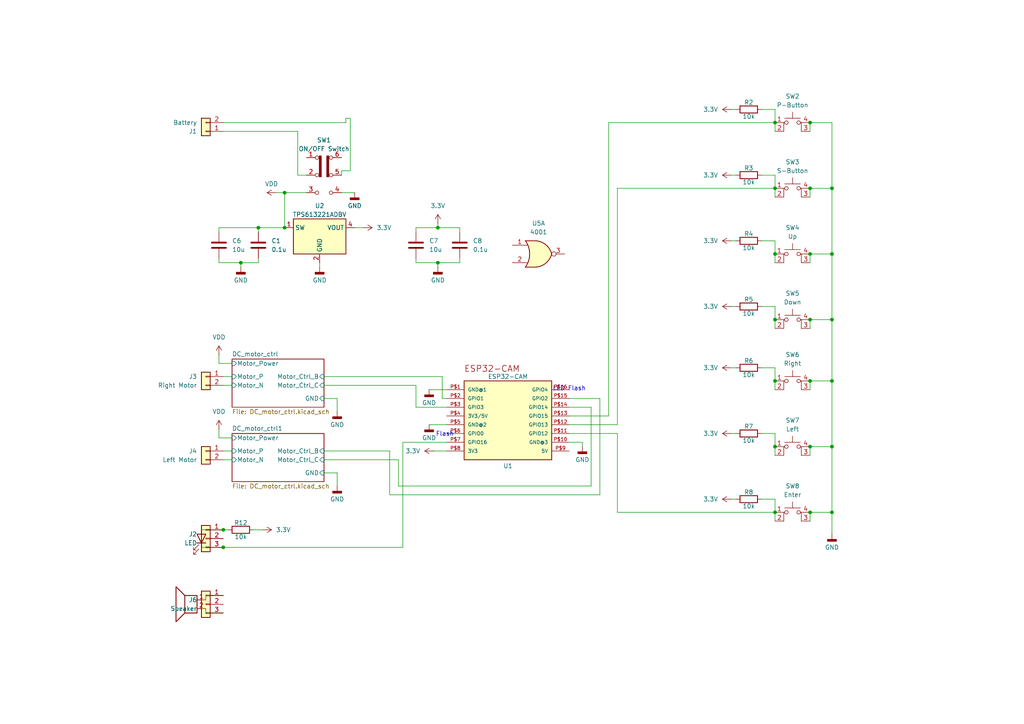
<source format=kicad_sch>
(kicad_sch (version 20231120) (generator "eeschema") (generator_version "8.0")
  (paper "A4")
  (title_block (title "IntelliHomie Roboplatform schematics.") (date "2024-03-24") (rev "V0.1") (company "kozak-yakym") (comment 1 "Designed by kozak-yakym."))
  (lib_symbols
    (symbol "4xxx:4001" (pin_names (offset 1.016))
      (property "Reference" "U" (at 0 1.27 0))
      (property "Value" "4001" (at 0 -1.27 0))
      (symbol "4001_1_1"
        (arc (start -3.81 -3.81) (mid -2.589 0) (end -3.81 3.81) (stroke (width 0.254)))
        (arc (start -0.6096 -3.81) (mid 2.1842 -2.5851) (end 3.81 0) (stroke (width 0.254)) (fill (type background)))
        (polyline (pts (xy -3.81 -3.81) (xy -0.635 -3.81)) (stroke (width 0.254)) (fill (type background)))
        (polyline (pts (xy -3.81 3.81) (xy -0.635 3.81)) (stroke (width 0.254)) (fill (type background)))
        (polyline (pts (xy -0.635 3.81) (xy -3.81 3.81) (xy -3.81 3.81) (xy -3.556 3.4036) (xy -3.0226 2.2606) (xy -2.6924 1.0414) (xy -2.6162 -0.254) (xy -2.7686 -1.4986) (xy -3.175 -2.7178) (xy -3.81 -3.81) (xy -3.81 -3.81) (xy -0.635 -3.81)) (stroke (width -25.4)) (fill (type background)))
        (arc (start 3.81 0) (mid 2.1915 2.5936) (end -0.6096 3.81) (stroke (width 0.254)) (fill (type background)))
        (pin input line (at -7.62 2.54 0) (length 4.318) (name "~") (number "1"))
        (pin input line (at -7.62 -2.54 0) (length 4.318) (name "~") (number "2"))
        (pin output inverted (at 7.62 0 180) (length 3.81) (name "~") (number "3"))
      )
      (symbol "4001_1_2"
        (arc (start 0 -3.81) (mid 3.7934 0) (end 0 3.81) (stroke (width 0.254)) (fill (type background)))
        (polyline (pts (xy 0 3.81) (xy -3.81 3.81) (xy -3.81 -3.81) (xy 0 -3.81)) (stroke (width 0.254)) (fill (type background)))
        (pin input inverted (at -7.62 2.54 0) (length 3.81) (name "~") (number "1"))
        (pin input inverted (at -7.62 -2.54 0) (length 3.81) (name "~") (number "2"))
        (pin output line (at 7.62 0 180) (length 3.81) (name "~") (number "3"))
      )
      (symbol "4001_2_1"
        (arc (start -3.81 -3.81) (mid -2.589 0) (end -3.81 3.81) (stroke (width 0.254)))
        (arc (start -0.6096 -3.81) (mid 2.1842 -2.5851) (end 3.81 0) (stroke (width 0.254)) (fill (type background)))
        (polyline (pts (xy -3.81 -3.81) (xy -0.635 -3.81)) (stroke (width 0.254)) (fill (type background)))
        (polyline (pts (xy -3.81 3.81) (xy -0.635 3.81)) (stroke (width 0.254)) (fill (type background)))
        (polyline (pts (xy -0.635 3.81) (xy -3.81 3.81) (xy -3.81 3.81) (xy -3.556 3.4036) (xy -3.0226 2.2606) (xy -2.6924 1.0414) (xy -2.6162 -0.254) (xy -2.7686 -1.4986) (xy -3.175 -2.7178) (xy -3.81 -3.81) (xy -3.81 -3.81) (xy -0.635 -3.81)) (stroke (width -25.4)) (fill (type background)))
        (arc (start 3.81 0) (mid 2.1915 2.5936) (end -0.6096 3.81) (stroke (width 0.254)) (fill (type background)))
        (pin output inverted (at 7.62 0 180) (length 3.81) (name "~") (number "4"))
        (pin input line (at -7.62 2.54 0) (length 4.318) (name "~") (number "5"))
        (pin input line (at -7.62 -2.54 0) (length 4.318) (name "~") (number "6"))
      )
      (symbol "4001_2_2"
        (arc (start 0 -3.81) (mid 3.7934 0) (end 0 3.81) (stroke (width 0.254)) (fill (type background)))
        (polyline (pts (xy 0 3.81) (xy -3.81 3.81) (xy -3.81 -3.81) (xy 0 -3.81)) (stroke (width 0.254)) (fill (type background)))
        (pin output line (at 7.62 0 180) (length 3.81) (name "~") (number "4"))
        (pin input inverted (at -7.62 2.54 0) (length 3.81) (name "~") (number "5"))
        (pin input inverted (at -7.62 -2.54 0) (length 3.81) (name "~") (number "6"))
      )
      (symbol "4001_3_1"
        (arc (start -3.81 -3.81) (mid -2.589 0) (end -3.81 3.81) (stroke (width 0.254)))
        (arc (start -0.6096 -3.81) (mid 2.1842 -2.5851) (end 3.81 0) (stroke (width 0.254)) (fill (type background)))
        (polyline (pts (xy -3.81 -3.81) (xy -0.635 -3.81)) (stroke (width 0.254)) (fill (type background)))
        (polyline (pts (xy -3.81 3.81) (xy -0.635 3.81)) (stroke (width 0.254)) (fill (type background)))
        (polyline (pts (xy -0.635 3.81) (xy -3.81 3.81) (xy -3.81 3.81) (xy -3.556 3.4036) (xy -3.0226 2.2606) (xy -2.6924 1.0414) (xy -2.6162 -0.254) (xy -2.7686 -1.4986) (xy -3.175 -2.7178) (xy -3.81 -3.81) (xy -3.81 -3.81) (xy -0.635 -3.81)) (stroke (width -25.4)) (fill (type background)))
        (arc (start 3.81 0) (mid 2.1915 2.5936) (end -0.6096 3.81) (stroke (width 0.254)) (fill (type background)))
        (pin output inverted (at 7.62 0 180) (length 3.81) (name "~") (number "10"))
        (pin input line (at -7.62 2.54 0) (length 4.318) (name "~") (number "8"))
        (pin input line (at -7.62 -2.54 0) (length 4.318) (name "~") (number "9"))
      )
      (symbol "4001_3_2"
        (arc (start 0 -3.81) (mid 3.7934 0) (end 0 3.81) (stroke (width 0.254)) (fill (type background)))
        (polyline (pts (xy 0 3.81) (xy -3.81 3.81) (xy -3.81 -3.81) (xy 0 -3.81)) (stroke (width 0.254)) (fill (type background)))
        (pin output line (at 7.62 0 180) (length 3.81) (name "~") (number "10"))
        (pin input inverted (at -7.62 2.54 0) (length 3.81) (name "~") (number "8"))
        (pin input inverted (at -7.62 -2.54 0) (length 3.81) (name "~") (number "9"))
      )
      (symbol "4001_4_1"
        (arc (start -3.81 -3.81) (mid -2.589 0) (end -3.81 3.81) (stroke (width 0.254)))
        (arc (start -0.6096 -3.81) (mid 2.1842 -2.5851) (end 3.81 0) (stroke (width 0.254)) (fill (type background)))
        (polyline (pts (xy -3.81 -3.81) (xy -0.635 -3.81)) (stroke (width 0.254)) (fill (type background)))
        (polyline (pts (xy -3.81 3.81) (xy -0.635 3.81)) (stroke (width 0.254)) (fill (type background)))
        (polyline (pts (xy -0.635 3.81) (xy -3.81 3.81) (xy -3.81 3.81) (xy -3.556 3.4036) (xy -3.0226 2.2606) (xy -2.6924 1.0414) (xy -2.6162 -0.254) (xy -2.7686 -1.4986) (xy -3.175 -2.7178) (xy -3.81 -3.81) (xy -3.81 -3.81) (xy -0.635 -3.81)) (stroke (width -25.4)) (fill (type background)))
        (arc (start 3.81 0) (mid 2.1915 2.5936) (end -0.6096 3.81) (stroke (width 0.254)) (fill (type background)))
        (pin output inverted (at 7.62 0 180) (length 3.81) (name "~") (number "11"))
        (pin input line (at -7.62 2.54 0) (length 4.318) (name "~") (number "12"))
        (pin input line (at -7.62 -2.54 0) (length 4.318) (name "~") (number "13"))
      )
      (symbol "4001_4_2"
        (arc (start 0 -3.81) (mid 3.7934 0) (end 0 3.81) (stroke (width 0.254)) (fill (type background)))
        (polyline (pts (xy 0 3.81) (xy -3.81 3.81) (xy -3.81 -3.81) (xy 0 -3.81)) (stroke (width 0.254)) (fill (type background)))
        (pin output line (at 7.62 0 180) (length 3.81) (name "~") (number "11"))
        (pin input inverted (at -7.62 2.54 0) (length 3.81) (name "~") (number "12"))
        (pin input inverted (at -7.62 -2.54 0) (length 3.81) (name "~") (number "13"))
      )
      (symbol "4001_5_0"
        (pin power_in line (at 0 12.7 270) (length 5.08) (name "VDD") (number "14"))
        (pin power_in line (at 0 -12.7 90) (length 5.08) (name "VSS") (number "7"))
      )
      (symbol "4001_5_1"
        (rectangle (start -5.08 7.62) (end 5.08 -7.62) (stroke (width 0.254)) (fill (type background)))
      )
    )
    (symbol "Connector_Generic:Conn_01x02" (pin_names (offset 1.016) hide)
      (property "Reference" "J" (at 0 2.54 0))
      (property "Value" "Conn_01x02" (at 0 -5.08 0))
      (symbol "Conn_01x02_1_1"
        (rectangle (start -1.27 -2.413) (end 0 -2.667) (stroke (width 0.1524)))
        (rectangle (start -1.27 0.127) (end 0 -0.127) (stroke (width 0.1524)))
        (rectangle (start -1.27 1.27) (end 1.27 -3.81) (stroke (width 0.254)) (fill (type background)))
        (pin passive line (at -5.08 0 0) (length 3.81) (name "Pin_1") (number "1"))
        (pin passive line (at -5.08 -2.54 0) (length 3.81) (name "Pin_2") (number "2"))
      )
    )
    (symbol "Connector_Generic:Conn_01x03" (pin_names (offset 1.016) hide)
      (property "Reference" "J" (at 0 5.08 0))
      (property "Value" "Conn_01x03" (at 0 -5.08 0))
      (symbol "Conn_01x03_1_1"
        (rectangle (start -1.27 -2.413) (end 0 -2.667) (stroke (width 0.1524)))
        (rectangle (start -1.27 0.127) (end 0 -0.127) (stroke (width 0.1524)))
        (rectangle (start -1.27 2.667) (end 0 2.413) (stroke (width 0.1524)))
        (rectangle (start -1.27 3.81) (end 1.27 -3.81) (stroke (width 0.254)) (fill (type background)))
        (pin passive line (at -5.08 2.54 0) (length 3.81) (name "Pin_1") (number "1"))
        (pin passive line (at -5.08 0 0) (length 3.81) (name "Pin_2") (number "2"))
        (pin passive line (at -5.08 -2.54 0) (length 3.81) (name "Pin_3") (number "3"))
      )
    )
    (symbol "Device:C" (pin_numbers hide) (pin_names (offset 0.254))
      (property "Reference" "C" (at 0.635 2.54 0))
      (property "Value" "C" (at 0.635 -2.54 0))
      (symbol "C_0_1"
        (polyline (pts (xy -2.032 -0.762) (xy 2.032 -0.762)) (stroke (width 0.508)))
        (polyline (pts (xy -2.032 0.762) (xy 2.032 0.762)) (stroke (width 0.508)))
      )
      (symbol "C_1_1"
        (pin passive line (at 0 3.81 270) (length 2.794) (name "~") (number "1"))
        (pin passive line (at 0 -3.81 90) (length 2.794) (name "~") (number "2"))
      )
    )
    (symbol "Device:LED" (pin_numbers hide) (pin_names (offset 1.016) hide)
      (property "Reference" "D" (at 0 2.54 0))
      (property "Value" "LED" (at 0 -2.54 0))
      (symbol "LED_0_1"
        (polyline (pts (xy -1.27 -1.27) (xy -1.27 1.27)) (stroke (width 0.254)))
        (polyline (pts (xy -1.27 0) (xy 1.27 0)))
        (polyline (pts (xy 1.27 -1.27) (xy 1.27 1.27) (xy -1.27 0) (xy 1.27 -1.27)) (stroke (width 0.254)))
        (polyline (pts (xy -3.048 -0.762) (xy -4.572 -2.286) (xy -3.81 -2.286) (xy -4.572 -2.286) (xy -4.572 -1.524)))
        (polyline (pts (xy -1.778 -0.762) (xy -3.302 -2.286) (xy -2.54 -2.286) (xy -3.302 -2.286) (xy -3.302 -1.524)))
      )
      (symbol "LED_1_1"
        (pin passive line (at -3.81 0 0) (length 2.54) (name "K") (number "1"))
        (pin passive line (at 3.81 0 180) (length 2.54) (name "A") (number "2"))
      )
    )
    (symbol "Device:R" (pin_numbers hide) (pin_names (offset 0))
      (property "Reference" "R" (at 2.032 0 90))
      (property "Value" "R" (at 0 0 90))
      (symbol "R_0_1"
        (rectangle (start -1.016 -2.54) (end 1.016 2.54) (stroke (width 0.254)))
      )
      (symbol "R_1_1"
        (pin passive line (at 0 3.81 270) (length 1.27) (name "~") (number "1"))
        (pin passive line (at 0 -3.81 90) (length 1.27) (name "~") (number "2"))
      )
    )
    (symbol "Device:Speaker" (pin_names (offset 0) hide)
      (property "Reference" "LS" (at 1.27 5.715 0))
      (property "Value" "Speaker" (at 1.27 3.81 0))
      (symbol "Speaker_0_0"
        (rectangle (start -2.54 1.27) (end 1.016 -3.81) (stroke (width 0.254)))
        (polyline (pts (xy 1.016 1.27) (xy 3.556 3.81) (xy 3.556 -6.35) (xy 1.016 -3.81)) (stroke (width 0.254)))
      )
      (symbol "Speaker_1_1"
        (pin input line (at -5.08 0 0) (length 2.54) (name "1") (number "1"))
        (pin input line (at -5.08 -2.54 0) (length 2.54) (name "2") (number "2"))
      )
    )
    (symbol "ESP32-CAM:ESP32-CAM" (pin_names (offset 1.016))
      (property "Reference" "U" (at 0 0 0))
      (property "Value" "ESP32-CAM" (at 0 0 0))
      (symbol "ESP32-CAM_0_0"
        (rectangle (start -12.7 -10.16) (end 12.7 12.7) (stroke (width 0.254)) (fill (type background)))
        (text "ESP32-CAM" (at -12.7 15.24 0) (effects (font (size 1.778 1.778)) (justify left bottom)))
        (pin bidirectional line (at -17.78 10.16 0) (length 5.08) (name "GND@1") (number "P$1"))
        (pin bidirectional line (at 17.78 -5.08 180) (length 5.08) (name "GND@3") (number "P$10"))
        (pin bidirectional line (at 17.78 -2.54 180) (length 5.08) (name "GPIO12") (number "P$11"))
        (pin bidirectional line (at 17.78 0 180) (length 5.08) (name "GPIO13") (number "P$12"))
        (pin bidirectional line (at 17.78 2.54 180) (length 5.08) (name "GPIO15") (number "P$13"))
        (pin bidirectional line (at 17.78 5.08 180) (length 5.08) (name "GPIO14") (number "P$14"))
        (pin bidirectional line (at 17.78 7.62 180) (length 5.08) (name "GPIO2") (number "P$15"))
        (pin bidirectional line (at 17.78 10.16 180) (length 5.08) (name "GPIO4") (number "P$16"))
        (pin bidirectional line (at -17.78 7.62 0) (length 5.08) (name "GPIO1") (number "P$2"))
        (pin bidirectional line (at -17.78 5.08 0) (length 5.08) (name "GPIO3") (number "P$3"))
        (pin bidirectional line (at -17.78 2.54 0) (length 5.08) (name "3V3/5V") (number "P$4"))
        (pin bidirectional line (at -17.78 0 0) (length 5.08) (name "GND@2") (number "P$5"))
        (pin bidirectional line (at -17.78 -2.54 0) (length 5.08) (name "GPIO0") (number "P$6"))
        (pin bidirectional line (at -17.78 -5.08 0) (length 5.08) (name "GPIO16") (number "P$7"))
        (pin bidirectional line (at -17.78 -7.62 0) (length 5.08) (name "3V3") (number "P$8"))
        (pin bidirectional line (at 17.78 -7.62 180) (length 5.08) (name "5V") (number "P$9"))
      )
    )
    (symbol "Regulator_Switching:TPS613221ADBV"
      (property "Reference" "U" (at -7.62 6.35 0))
      (property "Value" "TPS613221ADBV" (at 2.54 6.35 0))
      (symbol "TPS613221ADBV_0_1"
        (rectangle (start -7.62 5.08) (end 7.62 -5.08) (stroke (width 0.254)) (fill (type background)))
      )
      (symbol "TPS613221ADBV_1_1"
        (pin power_in line (at -10.16 2.54 0) (length 2.54) (name "SW") (number "1"))
        (pin power_in line (at 0 -7.62 90) (length 2.54) (name "GND") (number "2"))
        (pin no_connect line (at -7.62 -2.54 0) (length 2.54) hide (name "NC") (number "3"))
        (pin power_out line (at 10.16 2.54 180) (length 2.54) (name "VOUT") (number "4"))
        (pin no_connect line (at 7.62 -2.54 180) (length 2.54) hide (name "NC") (number "5"))
      )
    )
    (symbol "Switch:SW_MEC_5E" (pin_names (offset 1.016) hide)
      (property "Reference" "SW" (at 0.635 5.715 0))
      (property "Value" "SW_MEC_5E" (at 0 -3.175 0))
      (symbol "SW_MEC_5E_0_1"
        (circle (center -1.778 2.54) (radius 0.508))
        (polyline (pts (xy -2.286 3.81) (xy 2.286 3.81)))
        (polyline (pts (xy 0 3.81) (xy 0 5.588)))
        (polyline (pts (xy -2.54 0) (xy -2.54 2.54) (xy -2.286 2.54)))
        (polyline (pts (xy 2.54 0) (xy 2.54 2.54) (xy 2.286 2.54)))
        (circle (center 1.778 2.54) (radius 0.508))
        (pin passive line (at -5.08 2.54 0) (length 2.54) (name "1") (number "1"))
        (pin passive line (at -5.08 0 0) (length 2.54) (name "2") (number "2"))
        (pin passive line (at 5.08 0 180) (length 2.54) (name "K") (number "3"))
        (pin passive line (at 5.08 2.54 180) (length 2.54) (name "A") (number "4"))
      )
    )
    (symbol "Switch:SW_Slide_DPDT" (pin_names (offset 0) hide)
      (property "Reference" "SW" (at 0 6.858 0))
      (property "Value" "SW_Slide_DPDT" (at 0 -8.128 0))
      (symbol "SW_Slide_DPDT_0_0"
        (circle (center -2.032 -5.08) (radius 0.508))
        (circle (center -2.032 5.08) (radius 0.508))
        (circle (center 2.032 -5.08) (radius 0.508))
        (circle (center 2.032 0) (radius 0.508))
      )
      (symbol "SW_Slide_DPDT_0_1"
        (circle (center -2.032 0) (radius 0.508))
        (circle (center 2.032 5.08) (radius 0.508))
      )
      (symbol "SW_Slide_DPDT_1_1"
        (rectangle (start -1.397 5.588) (end -0.762 -0.508) (fill (type outline)))
        (rectangle (start 0.762 5.588) (end 1.397 -0.508) (fill (type outline)))
        (pin passive line (at -5.08 5.08 0) (length 2.54) (name "A") (number "1"))
        (pin passive line (at -5.08 0 0) (length 2.54) (name "B") (number "2"))
        (pin passive line (at -5.08 -5.08 0) (length 2.54) (name "C") (number "3"))
        (pin passive line (at 5.08 -5.08 180) (length 2.54) (name "A") (number "4"))
        (pin passive line (at 5.08 0 180) (length 2.54) (name "B") (number "5"))
        (pin passive line (at 5.08 5.08 180) (length 2.54) (name "C") (number "6"))
      )
    )
    (symbol "power:GNDD" (power) (pin_numbers hide) (pin_names (offset 0) hide)
      (property "Value" "GNDD" (at 0 -3.175 0))
      (symbol "GNDD_0_1"
        (rectangle (start -1.27 -1.524) (end 1.27 -2.032) (stroke (width 0.254)) (fill (type outline)))
        (polyline (pts (xy 0 0) (xy 0 -1.524)))
      )
      (symbol "GNDD_1_1"
        (pin power_in line (at 0 0 270) (length 0) (name "~") (number "1"))
      )
    )
    (symbol "power:VDD" (power) (pin_numbers hide) (pin_names (offset 0) hide)
      (property "Value" "VDD" (at 0 3.556 0))
      (symbol "VDD_0_1"
        (polyline (pts (xy -0.762 1.27) (xy 0 2.54)))
        (polyline (pts (xy 0 0) (xy 0 2.54)))
        (polyline (pts (xy 0 2.54) (xy 0.762 1.27)))
      )
      (symbol "VDD_1_1"
        (pin power_in line (at 0 0 90) (length 0) (name "~") (number "1"))
      )
    )
  )
  (junction (at 234.95 148.59))
  (junction (at 234.95 54.61))
  (junction (at 224.79 148.59))
  (junction (at 234.95 129.54))
  (junction (at 234.95 35.56))
  (junction (at 234.95 110.49))
  (junction (at 241.3 73.66))
  (junction (at 241.3 148.59))
  (junction (at 234.95 92.71))
  (junction (at 74.93 66.04))
  (junction (at 127 76.2))
  (junction (at 224.79 54.61))
  (junction (at 127 66.04))
  (junction (at 224.79 92.71))
  (junction (at 241.3 92.71))
  (junction (at 224.79 73.66))
  (junction (at 64.77 158.75))
  (junction (at 234.95 73.66))
  (junction (at 64.77 153.67))
  (junction (at 224.79 129.54))
  (junction (at 224.79 35.56))
  (junction (at 241.3 129.54))
  (junction (at 241.3 110.49))
  (junction (at 69.85 76.2))
  (junction (at 82.55 66.04))
  (junction (at 224.79 110.49))
  (junction (at 241.3 54.61))
  (junction (at 82.55 55.88))
  (wire (pts (xy 59.69 176.53) (xy 59.69 177.8)))
  (wire (pts (xy 97.79 115.57) (xy 97.79 119.38)))
  (wire (pts (xy 241.3 54.61) (xy 241.3 73.66)))
  (wire (pts (xy 224.79 129.54) (xy 224.79 132.08)))
  (wire (pts (xy 173.99 115.57) (xy 173.99 143.51)))
  (wire (pts (xy 64.77 158.75) (xy 58.42 158.75)))
  (wire (pts (xy 86.36 50.8) (xy 88.9 50.8)))
  (wire (pts (xy 224.79 73.66) (xy 224.79 76.2)))
  (wire (pts (xy 113.03 143.51) (xy 113.03 130.81)))
  (wire (pts (xy 63.5 105.41) (xy 63.5 102.87)))
  (wire (pts (xy 234.95 54.61) (xy 241.3 54.61)))
  (wire (pts (xy 63.5 67.31) (xy 63.5 66.04)))
  (wire (pts (xy 63.5 127) (xy 63.5 124.46)))
  (wire (pts (xy 133.35 66.04) (xy 127 66.04)))
  (wire (pts (xy 100.33 34.29) (xy 100.33 35.56)))
  (wire (pts (xy 241.3 129.54) (xy 241.3 148.59)))
  (wire (pts (xy 165.1 115.57) (xy 173.99 115.57)))
  (wire (pts (xy 63.5 66.04) (xy 74.93 66.04)))
  (wire (pts (xy 124.46 113.03) (xy 129.54 113.03)))
  (wire (pts (xy 99.06 49.53) (xy 99.06 50.8)))
  (wire (pts (xy 120.65 118.11) (xy 120.65 111.76)))
  (wire (pts (xy 64.77 109.22) (xy 67.31 109.22)))
  (wire (pts (xy 179.07 125.73) (xy 179.07 148.59)))
  (wire (pts (xy 224.79 106.68) (xy 224.79 110.49)))
  (wire (pts (xy 120.65 67.31) (xy 120.65 66.04)))
  (wire (pts (xy 93.98 137.16) (xy 97.79 137.16)))
  (wire (pts (xy 224.79 110.49) (xy 224.79 113.03)))
  (wire (pts (xy 86.36 38.1) (xy 86.36 50.8)))
  (wire (pts (xy 168.91 128.27) (xy 168.91 129.54)))
  (wire (pts (xy 115.57 133.35) (xy 93.98 133.35)))
  (wire (pts (xy 224.79 50.8) (xy 224.79 54.61)))
  (wire (pts (xy 99.06 55.88) (xy 102.87 55.88)))
  (wire (pts (xy 64.77 130.81) (xy 67.31 130.81)))
  (wire (pts (xy 127 64.77) (xy 127 66.04)))
  (wire (pts (xy 58.42 160.02) (xy 58.42 158.75)))
  (wire (pts (xy 176.53 35.56) (xy 224.79 35.56)))
  (wire (pts (xy 224.79 92.71) (xy 224.79 95.25)))
  (wire (pts (xy 69.85 76.2) (xy 74.93 76.2)))
  (wire (pts (xy 234.95 129.54) (xy 234.95 132.08)))
  (wire (pts (xy 234.95 110.49) (xy 234.95 113.03)))
  (wire (pts (xy 234.95 54.61) (xy 234.95 57.15)))
  (wire (pts (xy 127 76.2) (xy 127 77.47)))
  (wire (pts (xy 129.54 128.27) (xy 116.84 128.27)))
  (wire (pts (xy 234.95 35.56) (xy 241.3 35.56)))
  (wire (pts (xy 171.45 140.97) (xy 115.57 140.97)))
  (wire (pts (xy 212.09 144.78) (xy 213.36 144.78)))
  (wire (pts (xy 224.79 148.59) (xy 224.79 151.13)))
  (wire (pts (xy 63.5 76.2) (xy 63.5 74.93)))
  (wire (pts (xy 220.98 88.9) (xy 224.79 88.9)))
  (wire (pts (xy 59.69 173.99) (xy 59.69 172.72)))
  (wire (pts (xy 171.45 118.11) (xy 171.45 140.97)))
  (wire (pts (xy 212.09 106.68) (xy 213.36 106.68)))
  (wire (pts (xy 224.79 31.75) (xy 224.79 35.56)))
  (wire (pts (xy 212.09 88.9) (xy 213.36 88.9)))
  (wire (pts (xy 220.98 144.78) (xy 224.79 144.78)))
  (wire (pts (xy 224.79 35.56) (xy 224.79 38.1)))
  (wire (pts (xy 165.1 125.73) (xy 179.07 125.73)))
  (wire (pts (xy 120.65 111.76) (xy 93.98 111.76)))
  (wire (pts (xy 212.09 125.73) (xy 213.36 125.73)))
  (wire (pts (xy 224.79 88.9) (xy 224.79 92.71)))
  (wire (pts (xy 241.3 110.49) (xy 241.3 129.54)))
  (wire (pts (xy 63.5 127) (xy 67.31 127)))
  (wire (pts (xy 133.35 67.31) (xy 133.35 66.04)))
  (wire (pts (xy 224.79 69.85) (xy 224.79 73.66)))
  (wire (pts (xy 127 76.2) (xy 133.35 76.2)))
  (wire (pts (xy 74.93 67.31) (xy 74.93 66.04)))
  (wire (pts (xy 64.77 133.35) (xy 67.31 133.35)))
  (wire (pts (xy 120.65 76.2) (xy 120.65 74.93)))
  (wire (pts (xy 234.95 110.49) (xy 241.3 110.49)))
  (wire (pts (xy 64.77 153.67) (xy 58.42 153.67)))
  (wire (pts (xy 58.42 152.4) (xy 58.42 153.67)))
  (wire (pts (xy 220.98 31.75) (xy 224.79 31.75)))
  (wire (pts (xy 128.27 109.22) (xy 128.27 115.57)))
  (wire (pts (xy 220.98 125.73) (xy 224.79 125.73)))
  (wire (pts (xy 129.54 118.11) (xy 120.65 118.11)))
  (wire (pts (xy 234.95 73.66) (xy 234.95 76.2)))
  (wire (pts (xy 100.33 35.56) (xy 64.77 35.56)))
  (wire (pts (xy 125.73 130.81) (xy 129.54 130.81)))
  (wire (pts (xy 115.57 140.97) (xy 115.57 133.35)))
  (wire (pts (xy 73.66 153.67) (xy 76.2 153.67)))
  (wire (pts (xy 234.95 92.71) (xy 241.3 92.71)))
  (wire (pts (xy 173.99 143.51) (xy 113.03 143.51)))
  (wire (pts (xy 224.79 125.73) (xy 224.79 129.54)))
  (wire (pts (xy 234.95 92.71) (xy 234.95 95.25)))
  (wire (pts (xy 224.79 144.78) (xy 224.79 148.59)))
  (wire (pts (xy 220.98 50.8) (xy 224.79 50.8)))
  (wire (pts (xy 234.95 148.59) (xy 234.95 151.13)))
  (wire (pts (xy 124.46 123.19) (xy 129.54 123.19)))
  (wire (pts (xy 93.98 109.22) (xy 128.27 109.22)))
  (wire (pts (xy 116.84 158.75) (xy 64.77 158.75)))
  (wire (pts (xy 102.87 66.04) (xy 105.41 66.04)))
  (wire (pts (xy 234.95 38.1) (xy 234.95 35.56)))
  (wire (pts (xy 120.65 66.04) (xy 127 66.04)))
  (wire (pts (xy 179.07 54.61) (xy 224.79 54.61)))
  (wire (pts (xy 64.77 177.8) (xy 59.69 177.8)))
  (wire (pts (xy 220.98 69.85) (xy 224.79 69.85)))
  (wire (pts (xy 100.33 34.29) (xy 101.6 34.29)))
  (wire (pts (xy 93.98 130.81) (xy 113.03 130.81)))
  (wire (pts (xy 80.01 55.88) (xy 82.55 55.88)))
  (wire (pts (xy 97.79 137.16) (xy 97.79 140.97)))
  (wire (pts (xy 212.09 69.85) (xy 213.36 69.85)))
  (wire (pts (xy 64.77 111.76) (xy 67.31 111.76)))
  (wire (pts (xy 86.36 38.1) (xy 64.77 38.1)))
  (wire (pts (xy 165.1 128.27) (xy 168.91 128.27)))
  (wire (pts (xy 101.6 34.29) (xy 101.6 49.53)))
  (wire (pts (xy 234.95 129.54) (xy 241.3 129.54)))
  (wire (pts (xy 224.79 54.61) (xy 224.79 57.15)))
  (wire (pts (xy 133.35 76.2) (xy 133.35 74.93)))
  (wire (pts (xy 92.71 76.2) (xy 92.71 77.47)))
  (wire (pts (xy 63.5 76.2) (xy 69.85 76.2)))
  (wire (pts (xy 234.95 148.59) (xy 241.3 148.59)))
  (wire (pts (xy 241.3 73.66) (xy 241.3 92.71)))
  (wire (pts (xy 179.07 148.59) (xy 224.79 148.59)))
  (wire (pts (xy 101.6 49.53) (xy 99.06 49.53)))
  (wire (pts (xy 74.93 76.2) (xy 74.93 74.93)))
  (wire (pts (xy 82.55 66.04) (xy 82.55 55.88)))
  (wire (pts (xy 69.85 76.2) (xy 69.85 77.47)))
  (wire (pts (xy 82.55 55.88) (xy 88.9 55.88)))
  (wire (pts (xy 234.95 73.66) (xy 241.3 73.66)))
  (wire (pts (xy 116.84 128.27) (xy 116.84 158.75)))
  (wire (pts (xy 64.77 153.67) (xy 66.04 153.67)))
  (wire (pts (xy 171.45 118.11) (xy 165.1 118.11)))
  (wire (pts (xy 179.07 123.19) (xy 179.07 54.61)))
  (wire (pts (xy 93.98 115.57) (xy 97.79 115.57)))
  (wire (pts (xy 241.3 148.59) (xy 241.3 154.94)))
  (wire (pts (xy 74.93 66.04) (xy 82.55 66.04)))
  (wire (pts (xy 241.3 92.71) (xy 241.3 110.49)))
  (wire (pts (xy 63.5 105.41) (xy 67.31 105.41)))
  (wire (pts (xy 128.27 115.57) (xy 129.54 115.57)))
  (wire (pts (xy 212.09 31.75) (xy 213.36 31.75)))
  (wire (pts (xy 64.77 172.72) (xy 59.69 172.72)))
  (wire (pts (xy 176.53 120.65) (xy 176.53 35.56)))
  (wire (pts (xy 212.09 50.8) (xy 213.36 50.8)))
  (wire (pts (xy 220.98 106.68) (xy 224.79 106.68)))
  (wire (pts (xy 120.65 76.2) (xy 127 76.2)))
  (wire (pts (xy 165.1 123.19) (xy 179.07 123.19)))
  (wire (pts (xy 241.3 35.56) (xy 241.3 54.61)))
  (wire (pts (xy 165.1 120.65) (xy 176.53 120.65)))
  (text "Flash" (at 129.032 125.984 0) (effects (font (size 1.27 1.27))))
  (text "LED Flash\n" (at 165.1 112.776 0) (effects (font (size 1.27 1.27))))
  (symbol (lib_id "power:GNDD") (at 168.91 129.54 0) (unit 1)
    (property "Reference" "#PWR024" (effects (hide yes)))
    (property "Value" "GND" (at 168.91 133.35 0))
    (property "Description" "Power symbol creates a global label with name \"GNDD\" , digital ground" (effects (hide yes)))
  )
  (symbol (lib_id "Device:C") (at 63.5 71.12 180) (unit 1)
    (property "Reference" "C6" (at 67.31 69.8499 0) (effects (justify right)))
    (property "Value" "10u" (at 67.31 72.3899 0) (effects (justify right)))
    (property "Footprint" "Capacitor_SMD:C_0603_1608Metric" (effects (hide yes)))
    (property "Description" "Unpolarized capacitor" (effects (hide yes)))
  )
  (symbol (lib_id "power:GNDD") (at 97.79 140.97 0) (unit 1)
    (property "Reference" "#PWR020" (effects (hide yes)))
    (property "Value" "GND" (at 97.79 144.78 0))
    (property "Description" "Power symbol creates a global label with name \"GNDD\" , digital ground" (effects (hide yes)))
  )
  (symbol (lib_id "Connector_Generic:Conn_01x02") (at 59.69 38.1 180) (unit 1)
    (property "Reference" "J1" (at 57.15 38.1001 0) (effects (justify left)))
    (property "Value" "Battery" (at 57.15 35.5601 0) (effects (justify left)))
    (property "Description" "Generic connector, single row, 01x02, script generated (kicad-library-utils/schlib/autogen/connector/)" (effects (hide yes)))
  )
  (symbol (lib_id "4xxx:4001") (at 156.21 73.66 0) (unit 1)
    (property "Reference" "U5" (at 156.21 64.77 0))
    (property "Value" "4001" (at 156.21 67.31 0))
    (property "Datasheet" "http://www.intersil.com/content/dam/Intersil/documents/cd40/cd4000bms-01bms-02bms-25bms.pdf" (effects (hide yes)))
    (property "Description" "Quad Nor 2 inputs" (effects (hide yes)))
  )
  (symbol (lib_id "power:GNDD") (at 124.46 113.03 0) (unit 1)
    (property "Reference" "#PWR025" (effects (hide yes)))
    (property "Value" "GND" (at 124.46 116.84 0))
    (property "Description" "Power symbol creates a global label with name \"GNDD\" , digital ground" (effects (hide yes)))
  )
  (symbol (lib_id "power:GNDD") (at 69.85 77.47 0) (unit 1)
    (property "Reference" "#PWR022" (effects (hide yes)))
    (property "Value" "GND" (at 69.85 81.28 0))
    (property "Description" "Power symbol creates a global label with name \"GNDD\" , digital ground" (effects (hide yes)))
  )
  (symbol (lib_id "power:VDD") (at 125.73 130.81 90) (unit 1)
    (property "Reference" "#PWR027" (effects (hide yes)))
    (property "Value" "3.3V" (at 121.92 130.8099 90) (effects (justify left)))
    (property "Description" "Power symbol creates a global label with name \"VDD\"" (effects (hide yes)))
  )
  (symbol (lib_id "Device:LED") (at 58.42 156.21 270) (mirror x) (unit 1)
    (property "Reference" "D1" (effects (hide yes)))
    (property "Value" "LED" (effects (hide yes)))
    (property "Description" "Light emitting diode" (effects (hide yes)))
  )
  (symbol (lib_id "power:VDD") (at 63.5 124.46 0) (unit 1)
    (property "Reference" "#PWR019" (effects (hide yes)))
    (property "Value" "VDD" (at 63.5 119.38 0))
    (property "Description" "Power symbol creates a global label with name \"VDD\"" (effects (hide yes)))
  )
  (symbol (lib_id "power:VDD") (at 212.09 125.73 90) (unit 1)
    (property "Reference" "#PWR011" (effects (hide yes)))
    (property "Value" "3.3V" (at 208.28 125.7299 90) (effects (justify left)))
    (property "Description" "Power symbol creates a global label with name \"VDD\"" (effects (hide yes)))
  )
  (symbol (lib_id "power:GNDD") (at 127 77.47 0) (unit 1)
    (property "Reference" "#PWR01" (effects (hide yes)))
    (property "Value" "GND" (at 127 81.28 0))
    (property "Description" "Power symbol creates a global label with name \"GNDD\" , digital ground" (effects (hide yes)))
  )
  (symbol (lib_id "Connector_Generic:Conn_01x02") (at 59.69 130.81 0) (mirror y) (unit 1)
    (property "Reference" "J4" (at 57.15 130.8099 0) (effects (justify left)))
    (property "Value" "Left Motor" (at 57.15 133.3499 0) (effects (justify left)))
    (property "Description" "Generic connector, single row, 01x02, script generated (kicad-library-utils/schlib/autogen/connector/)" (effects (hide yes)))
  )
  (symbol (lib_id "Device:C") (at 120.65 71.12 180) (unit 1)
    (property "Reference" "C7" (at 124.46 69.8499 0) (effects (justify right)))
    (property "Value" "10u" (at 124.46 72.3899 0) (effects (justify right)))
    (property "Footprint" "Capacitor_SMD:C_0603_1608Metric" (effects (hide yes)))
    (property "Description" "Unpolarized capacitor" (effects (hide yes)))
  )
  (symbol (lib_id "power:GNDD") (at 102.87 55.88 0) (unit 1)
    (property "Reference" "#PWR016" (effects (hide yes)))
    (property "Value" "GND" (at 102.87 59.69 0))
    (property "Description" "Power symbol creates a global label with name \"GNDD\" , digital ground" (effects (hide yes)))
  )
  (symbol (lib_id "power:VDD") (at 212.09 106.68 90) (unit 1)
    (property "Reference" "#PWR010" (effects (hide yes)))
    (property "Value" "3.3V" (at 208.28 106.6799 90) (effects (justify left)))
    (property "Description" "Power symbol creates a global label with name \"VDD\"" (effects (hide yes)))
  )
  (symbol (lib_id "power:VDD") (at 212.09 144.78 90) (unit 1)
    (property "Reference" "#PWR012" (effects (hide yes)))
    (property "Value" "3.3V" (at 208.28 144.7799 90) (effects (justify left)))
    (property "Description" "Power symbol creates a global label with name \"VDD\"" (effects (hide yes)))
  )
  (symbol (lib_id "power:GNDD") (at 92.71 77.47 0) (unit 1)
    (property "Reference" "#PWR015" (effects (hide yes)))
    (property "Value" "GND" (at 92.71 81.28 0))
    (property "Description" "Power symbol creates a global label with name \"GNDD\" , digital ground" (effects (hide yes)))
  )
  (symbol (lib_id "power:GNDD") (at 241.3 154.94 0) (unit 1)
    (property "Reference" "#PWR05" (effects (hide yes)))
    (property "Value" "GND" (at 241.3 158.75 0))
    (property "Description" "Power symbol creates a global label with name \"GNDD\" , digital ground" (effects (hide yes)))
  )
  (symbol (lib_id "Switch:SW_MEC_5E") (at 229.87 95.25 0) (unit 1)
    (property "Reference" "SW5" (at 229.87 85.09 0))
    (property "Value" "Down" (at 229.87 87.63 0))
    (property "Datasheet" "http://www.apem.com/int/index.php?controller=attachment&id_attachment=1371" (effects (hide yes)))
    (property "Description" "MEC 5E single pole normally-open tactile switch" (effects (hide yes)))
  )
  (symbol (lib_id "ESP32-CAM:ESP32-CAM") (at 147.32 123.19 0) (unit 1)
    (property "Reference" "U1" (at 147.32 135.128 0))
    (property "Value" "ESP32-CAM" (at 147.32 109.22 0))
    (property "Footprint" "ESP32-CAM:ESP32-CAM" (effects (hide yes)))
    (property "MF" "AI-Thinker" (effects (hide yes)))
    (property "Description_1" "\nESP32 ESP32 Transceiver; 802.11 a/b/g/n (Wi-Fi, WiFi, WLAN), Bluetooth® Smart 4.x Low Energy (BLE) Evaluation Board\n" (effects (hide yes)))
    (property "Package" "None" (effects (hide yes)))
    (property "Price" "None" (effects (hide yes)))
    (property "SnapEDA_Link" "https://www.snapeda.com/parts/ESP32-CAM/AI-Thinker/view-part/?ref=snap" (effects (hide yes)))
    (property "MP" "ESP32-CAM" (effects (hide yes)))
    (property "Availability" "Not in stock" (effects (hide yes)))
    (property "Check_prices" "https://www.snapeda.com/parts/ESP32-CAM/AI-Thinker/view-part/?ref=eda" (effects (hide yes)))
  )
  (symbol (lib_id "Switch:SW_MEC_5E") (at 229.87 113.03 0) (unit 1)
    (property "Reference" "SW6" (at 229.87 102.87 0))
    (property "Value" "Right" (at 229.87 105.41 0))
    (property "Datasheet" "http://www.apem.com/int/index.php?controller=attachment&id_attachment=1371" (effects (hide yes)))
    (property "Description" "MEC 5E single pole normally-open tactile switch" (effects (hide yes)))
  )
  (symbol (lib_id "power:VDD") (at 212.09 69.85 90) (unit 1)
    (property "Reference" "#PWR08" (effects (hide yes)))
    (property "Value" "3.3V" (at 208.28 69.8499 90) (effects (justify left)))
    (property "Description" "Power symbol creates a global label with name \"VDD\"" (effects (hide yes)))
  )
  (symbol (lib_id "Device:R") (at 217.17 106.68 90) (unit 1)
    (property "Reference" "R6" (at 217.17 104.648 90))
    (property "Value" "10k" (at 217.17 108.712 90))
    (property "Footprint" "Resistor_SMD:R_0603_1608Metric" (effects (hide yes)))
    (property "Description" "Resistor" (effects (hide yes)))
  )
  (symbol (lib_id "Device:R") (at 217.17 69.85 90) (unit 1)
    (property "Reference" "R4" (at 217.17 67.818 90))
    (property "Value" "10k" (at 217.17 71.882 90))
    (property "Footprint" "Resistor_SMD:R_0603_1608Metric" (effects (hide yes)))
    (property "Description" "Resistor" (effects (hide yes)))
  )
  (symbol (lib_id "Device:R") (at 217.17 50.8 90) (unit 1)
    (property "Reference" "R3" (at 217.17 48.768 90))
    (property "Value" "10k" (at 217.17 52.832 90))
    (property "Footprint" "Resistor_SMD:R_0603_1608Metric" (effects (hide yes)))
    (property "Description" "Resistor" (effects (hide yes)))
  )
  (symbol (lib_id "power:GNDD") (at 97.79 119.38 0) (unit 1)
    (property "Reference" "#PWR017" (effects (hide yes)))
    (property "Value" "GND" (at 97.79 123.19 0))
    (property "Description" "Power symbol creates a global label with name \"GNDD\" , digital ground" (effects (hide yes)))
  )
  (symbol (lib_id "power:GNDD") (at 124.46 123.19 0) (unit 1)
    (property "Reference" "#PWR026" (effects (hide yes)))
    (property "Value" "GND" (at 124.46 127 0))
    (property "Description" "Power symbol creates a global label with name \"GNDD\" , digital ground" (effects (hide yes)))
  )
  (symbol (lib_id "Device:C") (at 74.93 71.12 180) (unit 1)
    (property "Reference" "C1" (at 78.74 69.8499 0) (effects (justify right)))
    (property "Value" "0.1u" (at 78.74 72.3899 0) (effects (justify right)))
    (property "Footprint" "Capacitor_SMD:C_0603_1608Metric" (effects (hide yes)))
    (property "Description" "Unpolarized capacitor" (effects (hide yes)))
  )
  (symbol (lib_id "power:VDD") (at 127 64.77 0) (unit 1)
    (property "Reference" "#PWR03" (effects (hide yes)))
    (property "Value" "3.3V" (at 127 59.69 0))
    (property "Description" "Power symbol creates a global label with name \"VDD\"" (effects (hide yes)))
  )
  (symbol (lib_id "Switch:SW_Slide_DPDT") (at 93.98 50.8 0) (unit 1)
    (property "Reference" "SW1" (at 93.98 40.64 0))
    (property "Value" "ON/OFF Switch" (at 93.98 43.18 0))
    (property "Footprint" "Button_Switch_SMD:SW_DIP_SPSTx03_Slide_6.7x9.18mm_W8.61mm_P2.54mm_LowProfile" (effects (hide yes)))
    (property "Description" "Slide Switch, dual pole double throw" (effects (hide yes)))
  )
  (symbol (lib_id "Switch:SW_MEC_5E") (at 229.87 132.08 0) (unit 1)
    (property "Reference" "SW7" (at 229.87 121.92 0))
    (property "Value" "Left" (at 229.87 124.46 0))
    (property "Datasheet" "http://www.apem.com/int/index.php?controller=attachment&id_attachment=1371" (effects (hide yes)))
    (property "Description" "MEC 5E single pole normally-open tactile switch" (effects (hide yes)))
  )
  (symbol (lib_id "power:VDD") (at 105.41 66.04 270) (unit 1)
    (property "Reference" "#PWR04" (effects (hide yes)))
    (property "Value" "3.3V" (at 109.22 66.0399 90) (effects (justify left)))
    (property "Description" "Power symbol creates a global label with name \"VDD\"" (effects (hide yes)))
  )
  (symbol (lib_id "power:VDD") (at 76.2 153.67 270) (unit 1)
    (property "Reference" "#PWR028" (effects (hide yes)))
    (property "Value" "3.3V" (at 80.01 153.6699 90) (effects (justify left)))
    (property "Description" "Power symbol creates a global label with name \"VDD\"" (effects (hide yes)))
  )
  (symbol (lib_id "Device:Speaker") (at 54.61 173.99 0) (mirror y) (unit 1)
    (property "Reference" "LS1" (effects (hide yes)))
    (property "Value" "Speaker" (effects (hide yes)))
    (property "Description" "Speaker" (effects (hide yes)))
  )
  (symbol (lib_id "Device:R") (at 217.17 31.75 90) (unit 1)
    (property "Reference" "R2" (at 217.17 29.718 90))
    (property "Value" "10k" (at 217.17 33.782 90))
    (property "Footprint" "Resistor_SMD:R_0603_1608Metric" (effects (hide yes)))
    (property "Description" "Resistor" (effects (hide yes)))
  )
  (symbol (lib_id "power:VDD") (at 212.09 88.9 90) (unit 1)
    (property "Reference" "#PWR09" (effects (hide yes)))
    (property "Value" "3.3V" (at 208.28 88.8999 90) (effects (justify left)))
    (property "Description" "Power symbol creates a global label with name \"VDD\"" (effects (hide yes)))
  )
  (symbol (lib_id "Device:C") (at 133.35 71.12 180) (unit 1)
    (property "Reference" "C8" (at 137.16 69.8499 0) (effects (justify right)))
    (property "Value" "0.1u" (at 137.16 72.3899 0) (effects (justify right)))
    (property "Footprint" "Capacitor_SMD:C_0603_1608Metric" (effects (hide yes)))
    (property "Description" "Unpolarized capacitor" (effects (hide yes)))
  )
  (symbol (lib_id "power:VDD") (at 212.09 31.75 90) (unit 1)
    (property "Reference" "#PWR06" (effects (hide yes)))
    (property "Value" "3.3V" (at 208.28 31.7499 90) (effects (justify left)))
    (property "Description" "Power symbol creates a global label with name \"VDD\"" (effects (hide yes)))
  )
  (symbol (lib_id "power:VDD") (at 212.09 50.8 90) (unit 1)
    (property "Reference" "#PWR07" (effects (hide yes)))
    (property "Value" "3.3V" (at 208.28 50.7999 90) (effects (justify left)))
    (property "Description" "Power symbol creates a global label with name \"VDD\"" (effects (hide yes)))
  )
  (symbol (lib_id "Device:R") (at 69.85 153.67 90) (unit 1)
    (property "Reference" "R12" (at 69.85 151.638 90))
    (property "Value" "10k" (at 69.85 155.702 90))
    (property "Footprint" "Resistor_SMD:R_0603_1608Metric" (effects (hide yes)))
    (property "Description" "Resistor" (effects (hide yes)))
  )
  (symbol (lib_id "Switch:SW_MEC_5E") (at 229.87 76.2 0) (unit 1)
    (property "Reference" "SW4" (at 229.87 66.04 0))
    (property "Value" "Up" (at 229.87 68.58 0))
    (property "Datasheet" "http://www.apem.com/int/index.php?controller=attachment&id_attachment=1371" (effects (hide yes)))
    (property "Description" "MEC 5E single pole normally-open tactile switch" (effects (hide yes)))
  )
  (symbol (lib_id "Device:R") (at 217.17 125.73 90) (unit 1)
    (property "Reference" "R7" (at 217.17 123.698 90))
    (property "Value" "10k" (at 217.17 127.762 90))
    (property "Footprint" "Resistor_SMD:R_0603_1608Metric" (effects (hide yes)))
    (property "Description" "Resistor" (effects (hide yes)))
  )
  (symbol (lib_id "Device:R") (at 217.17 144.78 90) (unit 1)
    (property "Reference" "R8" (at 217.17 142.748 90))
    (property "Value" "10k" (at 217.17 146.812 90))
    (property "Footprint" "Resistor_SMD:R_0603_1608Metric" (effects (hide yes)))
    (property "Description" "Resistor" (effects (hide yes)))
  )
  (symbol (lib_id "Device:R") (at 217.17 88.9 90) (unit 1)
    (property "Reference" "R5" (at 217.17 86.868 90))
    (property "Value" "10k" (at 217.17 90.932 90))
    (property "Footprint" "Resistor_SMD:R_0603_1608Metric" (effects (hide yes)))
    (property "Description" "Resistor" (effects (hide yes)))
  )
  (symbol (lib_id "Connector_Generic:Conn_01x03") (at 59.69 175.26 0) (mirror y) (unit 1)
    (property "Reference" "J6" (at 57.15 173.9899 0) (effects (justify left)))
    (property "Value" "Speaker" (at 57.15 176.5299 0) (effects (justify left)))
    (property "Description" "Generic connector, single row, 01x03, script generated (kicad-library-utils/schlib/autogen/connector/)" (effects (hide yes)))
  )
  (symbol (lib_id "Switch:SW_MEC_5E") (at 229.87 151.13 0) (unit 1)
    (property "Reference" "SW8" (at 229.87 140.97 0))
    (property "Value" "Enter" (at 229.87 143.51 0))
    (property "Datasheet" "http://www.apem.com/int/index.php?controller=attachment&id_attachment=1371" (effects (hide yes)))
    (property "Description" "MEC 5E single pole normally-open tactile switch" (effects (hide yes)))
  )
  (symbol (lib_id "Connector_Generic:Conn_01x03") (at 59.69 156.21 0) (mirror y) (unit 1)
    (property "Reference" "J2" (at 57.15 154.9399 0) (effects (justify left)))
    (property "Value" "LED" (at 57.15 157.4799 0) (effects (justify left)))
    (property "Description" "Generic connector, single row, 01x03, script generated (kicad-library-utils/schlib/autogen/connector/)" (effects (hide yes)))
  )
  (symbol (lib_id "Switch:SW_MEC_5E") (at 229.87 57.15 0) (unit 1)
    (property "Reference" "SW3" (at 229.87 46.99 0))
    (property "Value" "S-Button" (at 229.87 49.53 0))
    (property "Datasheet" "http://www.apem.com/int/index.php?controller=attachment&id_attachment=1371" (effects (hide yes)))
    (property "Description" "MEC 5E single pole normally-open tactile switch" (effects (hide yes)))
  )
  (symbol (lib_id "power:VDD") (at 80.01 55.88 90) (unit 1)
    (property "Reference" "#PWR02" (effects (hide yes)))
    (property "Value" "VDD" (at 78.74 53.34 90))
    (property "Description" "Power symbol creates a global label with name \"VDD\"" (effects (hide yes)))
  )
  (symbol (lib_id "Switch:SW_MEC_5E") (at 229.87 38.1 0) (unit 1)
    (property "Reference" "SW2" (at 229.87 27.94 0))
    (property "Value" "P-Button" (at 229.87 30.48 0))
    (property "Datasheet" "http://www.apem.com/int/index.php?controller=attachment&id_attachment=1371" (effects (hide yes)))
    (property "Description" "MEC 5E single pole normally-open tactile switch" (effects (hide yes)))
  )
  (symbol (lib_id "power:VDD") (at 63.5 102.87 0) (unit 1)
    (property "Reference" "#PWR018" (effects (hide yes)))
    (property "Value" "VDD" (at 63.5 97.79 0))
    (property "Description" "Power symbol creates a global label with name \"VDD\"" (effects (hide yes)))
  )
  (symbol (lib_id "Regulator_Switching:TPS613221ADBV") (at 92.71 68.58 0) (unit 1)
    (property "Reference" "U2" (at 92.71 59.69 0))
    (property "Value" "TPS613221ADBV" (at 92.71 62.23 0))
    (property "Footprint" "Package_TO_SOT_SMD:SOT-23-5" (effects (hide yes)))
    (property "Datasheet" "http://www.ti.com/lit/ds/symlink/tps61322.pdf" (effects (hide yes)))
    (property "Description" "1.2A Step-Up Converter, 3.3V Output Voltage, 0.9-5.5V Input Voltage, SOT-23-5" (effects (hide yes)))
  )
  (symbol (lib_id "Connector_Generic:Conn_01x02") (at 59.69 109.22 0) (mirror y) (unit 1)
    (property "Reference" "J3" (at 57.15 109.2199 0) (effects (justify left)))
    (property "Value" "Right Motor" (at 57.15 111.7599 0) (effects (justify left)))
    (property "Description" "Generic connector, single row, 01x02, script generated (kicad-library-utils/schlib/autogen/connector/)" (effects (hide yes)))
  )
  (sheet (at 67.31 104.14) (size 26.67 13.97) (stroke (width 0.1524))
    (property "Sheetname" "DC_motor_ctrl" (at 67.31 103.4284 0) (effects (justify left bottom)))
    (property "Sheetfile" "DC_motor_ctrl.kicad_sch" (at 67.31 118.6946 0) (effects (justify left top)))
    (pin "Motor_N" input (at 67.31 111.76 180))
    (pin "Motor_P" input (at 67.31 109.22 180))
    (pin "Motor_Power" input (at 67.31 105.41 180))
    (pin "GND" input (at 93.98 115.57 0))
    (pin "Motor_Ctrl_B" input (at 93.98 109.22 0))
    (pin "Motor_Ctrl_C" input (at 93.98 111.76 0))
  )
  (sheet (at 67.31 125.73) (size 26.67 13.97) (stroke (width 0.1524))
    (property "Sheetname" "DC_motor_ctrl1" (at 67.31 125.0184 0) (effects (justify left bottom)))
    (property "Sheetfile" "DC_motor_ctrl.kicad_sch" (at 67.31 140.2846 0) (effects (justify left top)))
    (pin "Motor_N" input (at 67.31 133.35 180))
    (pin "Motor_P" input (at 67.31 130.81 180))
    (pin "Motor_Power" input (at 67.31 127 180))
    (pin "GND" input (at 93.98 137.16 0))
    (pin "Motor_Ctrl_B" input (at 93.98 130.81 0))
    (pin "Motor_Ctrl_C" input (at 93.98 133.35 0))
  )
)
</source>
